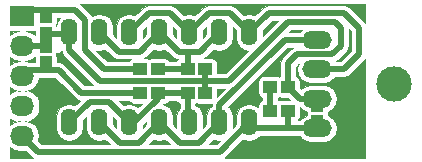
<source format=gbr>
G04 #@! TF.FileFunction,Copper,L2,Bot,Signal*
%FSLAX46Y46*%
G04 Gerber Fmt 4.6, Leading zero omitted, Abs format (unit mm)*
G04 Created by KiCad (PCBNEW 4.0.6) date 04/03/17 10:04:51*
%MOMM*%
%LPD*%
G01*
G04 APERTURE LIST*
%ADD10C,0.100000*%
%ADD11O,2.500000X1.500000*%
%ADD12C,3.000000*%
%ADD13O,1.400000X2.300000*%
%ADD14R,1.000000X1.150000*%
%ADD15R,1.150000X1.000000*%
%ADD16R,2.032000X1.727200*%
%ADD17O,2.032000X1.727200*%
%ADD18C,0.500000*%
%ADD19C,0.026000*%
G04 APERTURE END LIST*
D10*
D11*
X26500000Y-10000000D03*
X26500000Y-7500000D03*
X26500000Y-5000000D03*
X26500000Y-2500000D03*
D12*
X33000000Y-6250000D03*
D13*
X5500000Y-9500000D03*
X8040000Y-9500000D03*
X10580000Y-9500000D03*
X13120000Y-9500000D03*
X15660000Y-9500000D03*
X18200000Y-9500000D03*
X20740000Y-9500000D03*
X20740000Y-1880000D03*
X18200000Y-1880000D03*
X15660000Y-1880000D03*
X13120000Y-1880000D03*
X10580000Y-1880000D03*
X8040000Y-1880000D03*
X5500000Y-1880000D03*
D14*
X3500000Y-3000000D03*
X3500000Y-4500000D03*
X3500000Y-2000000D03*
X3500000Y-500000D03*
D15*
X13000000Y-7000000D03*
X11500000Y-7000000D03*
X13000000Y-5000000D03*
X11500000Y-5000000D03*
X22500000Y-6500000D03*
X24000000Y-6500000D03*
D14*
X26500000Y-8000000D03*
X26500000Y-9500000D03*
D15*
X17000000Y-7000000D03*
X15500000Y-7000000D03*
X15500000Y-5000000D03*
X17000000Y-5000000D03*
X22500000Y-8500000D03*
X24000000Y-8500000D03*
D16*
X1500000Y-500000D03*
D17*
X1500000Y-3040000D03*
X1500000Y-5580000D03*
X1500000Y-8120000D03*
X1500000Y-10660000D03*
D18*
X3500000Y-2000000D02*
X5380000Y-2000000D01*
X5380000Y-2000000D02*
X5500000Y-1880000D01*
X1500000Y-3040000D02*
X1540000Y-3000000D01*
X1540000Y-3000000D02*
X3500000Y-3000000D01*
X3500000Y-2000000D02*
X3500000Y-3000000D01*
X5500000Y-1880000D02*
X5500000Y-3400000D01*
X5500000Y-3400000D02*
X8100000Y-6000000D01*
X8100000Y-6000000D02*
X17000000Y-6000000D01*
X24750000Y-3750000D02*
X24000000Y-4500000D01*
X27750000Y-3750000D02*
X24750000Y-3750000D01*
X28500000Y-3000000D02*
X27750000Y-3750000D01*
X28500000Y-1500000D02*
X28500000Y-3000000D01*
X28000000Y-1000000D02*
X28500000Y-1500000D01*
X24000000Y-1000000D02*
X28000000Y-1000000D01*
X19000000Y-6000000D02*
X24000000Y-1000000D01*
X17000000Y-6000000D02*
X19000000Y-6000000D01*
X24000000Y-4500000D02*
X24000000Y-6500000D01*
X24000000Y-6500000D02*
X25000000Y-7500000D01*
X25000000Y-7500000D02*
X26500000Y-7500000D01*
X17000000Y-6000000D02*
X17000000Y-5000000D01*
X17000000Y-7000000D02*
X17000000Y-6000000D01*
X17000000Y-6000000D02*
X17000000Y-6250000D01*
X17000000Y-6250000D02*
X17000000Y-6000000D01*
X1500000Y-10660000D02*
X2840000Y-12000000D01*
X18240000Y-12000000D02*
X20740000Y-9500000D01*
X2840000Y-12000000D02*
X18240000Y-12000000D01*
X24000000Y-8500000D02*
X24000000Y-10000000D01*
X20740000Y-9500000D02*
X21240000Y-10000000D01*
X21240000Y-10000000D02*
X24000000Y-10000000D01*
X24000000Y-10000000D02*
X26500000Y-10000000D01*
X1500000Y-500000D02*
X2000000Y0D01*
X2000000Y0D02*
X6000000Y0D01*
X8400000Y-5000000D02*
X11500000Y-5000000D01*
X6800000Y-3400000D02*
X8400000Y-5000000D01*
X6800000Y-800000D02*
X6800000Y-3400000D01*
X6000000Y0D02*
X6800000Y-800000D01*
X2000000Y0D02*
X3500000Y0D01*
X3500000Y0D02*
X3500000Y-500000D01*
X3500000Y-500000D02*
X3500000Y0D01*
X3600000Y-5080000D02*
X3600000Y-4600000D01*
X3600000Y-4600000D02*
X3500000Y-4500000D01*
X11500000Y-7000000D02*
X6500000Y-7000000D01*
X4580000Y-5080000D02*
X3600000Y-5080000D01*
X3600000Y-5080000D02*
X1500000Y-5080000D01*
X6500000Y-7000000D02*
X4580000Y-5080000D01*
X12210000Y-250000D02*
X14030000Y-250000D01*
X26500000Y-5000000D02*
X28750000Y-5000000D01*
X28750000Y-250000D02*
X22370000Y-250000D01*
X30000000Y-1500000D02*
X28750000Y-250000D01*
X30000000Y-3750000D02*
X30000000Y-1500000D01*
X28750000Y-5000000D02*
X30000000Y-3750000D01*
X15660000Y-1880000D02*
X17290000Y-250000D01*
X19110000Y-250000D02*
X20740000Y-1880000D01*
X17290000Y-250000D02*
X19110000Y-250000D01*
X10580000Y-1880000D02*
X12210000Y-250000D01*
X14030000Y-250000D02*
X15660000Y-1880000D01*
X20740000Y-1880000D02*
X22370000Y-250000D01*
X13120000Y-9500000D02*
X14870000Y-11250000D01*
X16450000Y-11250000D02*
X18200000Y-9500000D01*
X14870000Y-11250000D02*
X16450000Y-11250000D01*
X8040000Y-9500000D02*
X9790000Y-11250000D01*
X11370000Y-11250000D02*
X13120000Y-9500000D01*
X9790000Y-11250000D02*
X11370000Y-11250000D01*
X18200000Y-9500000D02*
X18200000Y-8050000D01*
X18200000Y-8050000D02*
X23750000Y-2500000D01*
X23750000Y-2500000D02*
X26500000Y-2500000D01*
X13000000Y-7000000D02*
X15500000Y-7000000D01*
X10580000Y-9500000D02*
X11000000Y-9500000D01*
X11000000Y-9500000D02*
X13000000Y-7500000D01*
X13000000Y-7500000D02*
X13000000Y-7000000D01*
X15660000Y-9500000D02*
X15500000Y-9340000D01*
X15500000Y-9340000D02*
X15500000Y-7000000D01*
X5500000Y-9500000D02*
X7250000Y-7750000D01*
X8830000Y-7750000D02*
X10580000Y-9500000D01*
X7250000Y-7750000D02*
X8830000Y-7750000D01*
X10580000Y-9500000D02*
X10900000Y-9500000D01*
X13000000Y-5000000D02*
X15500000Y-5000000D01*
X15500000Y-5000000D02*
X15500000Y-3500000D01*
X15500000Y-3500000D02*
X15500000Y-3750000D01*
X15500000Y-3750000D02*
X15500000Y-3500000D01*
X13120000Y-1880000D02*
X11500000Y-3500000D01*
X9660000Y-3500000D02*
X8040000Y-1880000D01*
X11500000Y-3500000D02*
X9660000Y-3500000D01*
X13120000Y-1880000D02*
X14740000Y-3500000D01*
X14740000Y-3500000D02*
X15500000Y-3500000D01*
X15500000Y-3500000D02*
X16580000Y-3500000D01*
X16580000Y-3500000D02*
X18200000Y-1880000D01*
X22500000Y-8500000D02*
X22500000Y-6500000D01*
D19*
G36*
X831070Y-11839425D02*
X1319604Y-11936600D01*
X1680396Y-11936600D01*
X1812666Y-11910290D01*
X2371188Y-12468812D01*
X2435824Y-12512000D01*
X488000Y-12512000D01*
X488000Y-11610193D01*
X831070Y-11839425D01*
X831070Y-11839425D01*
G37*
X831070Y-11839425D02*
X1319604Y-11936600D01*
X1680396Y-11936600D01*
X1812666Y-11910290D01*
X2371188Y-12468812D01*
X2435824Y-12512000D01*
X488000Y-12512000D01*
X488000Y-11610193D01*
X831070Y-11839425D01*
G36*
X30512000Y-12512000D02*
X18644176Y-12512000D01*
X18708812Y-12468812D01*
X20226943Y-10950681D01*
X20314073Y-11008899D01*
X20740000Y-11093621D01*
X21165927Y-11008899D01*
X21527010Y-10767631D01*
X21596922Y-10663000D01*
X25038570Y-10663000D01*
X25145055Y-10822365D01*
X25522359Y-11074472D01*
X25967420Y-11163000D01*
X27032580Y-11163000D01*
X27477641Y-11074472D01*
X27854945Y-10822365D01*
X28107052Y-10445061D01*
X28195580Y-10000000D01*
X28107052Y-9554939D01*
X27854945Y-9177635D01*
X27477641Y-8925528D01*
X27418995Y-8913863D01*
X27392293Y-8771951D01*
X27379193Y-8751593D01*
X27387915Y-8738828D01*
X27418829Y-8586170D01*
X27477641Y-8574472D01*
X27854945Y-8322365D01*
X28107052Y-7945061D01*
X28195580Y-7500000D01*
X28107052Y-7054939D01*
X27854945Y-6677635D01*
X27477641Y-6425528D01*
X27032580Y-6337000D01*
X25967420Y-6337000D01*
X25522359Y-6425528D01*
X25145055Y-6677635D01*
X25133120Y-6695497D01*
X24996091Y-6558468D01*
X24996091Y-6000000D01*
X24967293Y-5846951D01*
X24876841Y-5706386D01*
X24738828Y-5612085D01*
X24663000Y-5596729D01*
X24663000Y-4774624D01*
X24913614Y-4524010D01*
X24892948Y-4554939D01*
X24804420Y-5000000D01*
X24892948Y-5445061D01*
X25145055Y-5822365D01*
X25522359Y-6074472D01*
X25967420Y-6163000D01*
X27032580Y-6163000D01*
X27477641Y-6074472D01*
X27854945Y-5822365D01*
X27961430Y-5663000D01*
X28750000Y-5663000D01*
X29003719Y-5612532D01*
X29218812Y-5468812D01*
X30468812Y-4218812D01*
X30512000Y-4154176D01*
X30512000Y-12512000D01*
X30512000Y-12512000D01*
G37*
X30512000Y-12512000D02*
X18644176Y-12512000D01*
X18708812Y-12468812D01*
X20226943Y-10950681D01*
X20314073Y-11008899D01*
X20740000Y-11093621D01*
X21165927Y-11008899D01*
X21527010Y-10767631D01*
X21596922Y-10663000D01*
X25038570Y-10663000D01*
X25145055Y-10822365D01*
X25522359Y-11074472D01*
X25967420Y-11163000D01*
X27032580Y-11163000D01*
X27477641Y-11074472D01*
X27854945Y-10822365D01*
X28107052Y-10445061D01*
X28195580Y-10000000D01*
X28107052Y-9554939D01*
X27854945Y-9177635D01*
X27477641Y-8925528D01*
X27418995Y-8913863D01*
X27392293Y-8771951D01*
X27379193Y-8751593D01*
X27387915Y-8738828D01*
X27418829Y-8586170D01*
X27477641Y-8574472D01*
X27854945Y-8322365D01*
X28107052Y-7945061D01*
X28195580Y-7500000D01*
X28107052Y-7054939D01*
X27854945Y-6677635D01*
X27477641Y-6425528D01*
X27032580Y-6337000D01*
X25967420Y-6337000D01*
X25522359Y-6425528D01*
X25145055Y-6677635D01*
X25133120Y-6695497D01*
X24996091Y-6558468D01*
X24996091Y-6000000D01*
X24967293Y-5846951D01*
X24876841Y-5706386D01*
X24738828Y-5612085D01*
X24663000Y-5596729D01*
X24663000Y-4774624D01*
X24913614Y-4524010D01*
X24892948Y-4554939D01*
X24804420Y-5000000D01*
X24892948Y-5445061D01*
X25145055Y-5822365D01*
X25522359Y-6074472D01*
X25967420Y-6163000D01*
X27032580Y-6163000D01*
X27477641Y-6074472D01*
X27854945Y-5822365D01*
X27961430Y-5663000D01*
X28750000Y-5663000D01*
X29003719Y-5612532D01*
X29218812Y-5468812D01*
X30468812Y-4218812D01*
X30512000Y-4154176D01*
X30512000Y-12512000D01*
G36*
X6031188Y-7468812D02*
X6246281Y-7612532D01*
X6416071Y-7646305D01*
X6013057Y-8049319D01*
X5925927Y-7991101D01*
X5500000Y-7906379D01*
X5074073Y-7991101D01*
X4712990Y-8232369D01*
X4471722Y-8593452D01*
X4387000Y-9019379D01*
X4387000Y-9980621D01*
X4471722Y-10406548D01*
X4712990Y-10767631D01*
X5074073Y-11008899D01*
X5500000Y-11093621D01*
X5925927Y-11008899D01*
X6287010Y-10767631D01*
X6528278Y-10406548D01*
X6613000Y-9980621D01*
X6613000Y-9324624D01*
X6929174Y-9008450D01*
X6927000Y-9019379D01*
X6927000Y-9980621D01*
X7011722Y-10406548D01*
X7252990Y-10767631D01*
X7614073Y-11008899D01*
X8040000Y-11093621D01*
X8465927Y-11008899D01*
X8553057Y-10950681D01*
X8939376Y-11337000D01*
X3114624Y-11337000D01*
X2870827Y-11093203D01*
X2956996Y-10660000D01*
X2859821Y-10171466D01*
X2583089Y-9757307D01*
X2168930Y-9480575D01*
X1998836Y-9446741D01*
X2447359Y-9247685D01*
X2818393Y-8857627D01*
X2961378Y-8571326D01*
X2900094Y-8406069D01*
X2956996Y-8120000D01*
X2900094Y-7833931D01*
X2961378Y-7668674D01*
X2818393Y-7382373D01*
X2447359Y-6992315D01*
X1998836Y-6793259D01*
X2168930Y-6759425D01*
X2583089Y-6482693D01*
X2859821Y-6068534D01*
X2924573Y-5743000D01*
X4305376Y-5743000D01*
X6031188Y-7468812D01*
X6031188Y-7468812D01*
G37*
X6031188Y-7468812D02*
X6246281Y-7612532D01*
X6416071Y-7646305D01*
X6013057Y-8049319D01*
X5925927Y-7991101D01*
X5500000Y-7906379D01*
X5074073Y-7991101D01*
X4712990Y-8232369D01*
X4471722Y-8593452D01*
X4387000Y-9019379D01*
X4387000Y-9980621D01*
X4471722Y-10406548D01*
X4712990Y-10767631D01*
X5074073Y-11008899D01*
X5500000Y-11093621D01*
X5925927Y-11008899D01*
X6287010Y-10767631D01*
X6528278Y-10406548D01*
X6613000Y-9980621D01*
X6613000Y-9324624D01*
X6929174Y-9008450D01*
X6927000Y-9019379D01*
X6927000Y-9980621D01*
X7011722Y-10406548D01*
X7252990Y-10767631D01*
X7614073Y-11008899D01*
X8040000Y-11093621D01*
X8465927Y-11008899D01*
X8553057Y-10950681D01*
X8939376Y-11337000D01*
X3114624Y-11337000D01*
X2870827Y-11093203D01*
X2956996Y-10660000D01*
X2859821Y-10171466D01*
X2583089Y-9757307D01*
X2168930Y-9480575D01*
X1998836Y-9446741D01*
X2447359Y-9247685D01*
X2818393Y-8857627D01*
X2961378Y-8571326D01*
X2900094Y-8406069D01*
X2956996Y-8120000D01*
X2900094Y-7833931D01*
X2961378Y-7668674D01*
X2818393Y-7382373D01*
X2447359Y-6992315D01*
X1998836Y-6793259D01*
X2168930Y-6759425D01*
X2583089Y-6482693D01*
X2859821Y-6068534D01*
X2924573Y-5743000D01*
X4305376Y-5743000D01*
X6031188Y-7468812D01*
G36*
X14019376Y-11337000D02*
X12220624Y-11337000D01*
X12606943Y-10950681D01*
X12694073Y-11008899D01*
X13120000Y-11093621D01*
X13545927Y-11008899D01*
X13633057Y-10950681D01*
X14019376Y-11337000D01*
X14019376Y-11337000D01*
G37*
X14019376Y-11337000D02*
X12220624Y-11337000D01*
X12606943Y-10950681D01*
X12694073Y-11008899D01*
X13120000Y-11093621D01*
X13545927Y-11008899D01*
X13633057Y-10950681D01*
X14019376Y-11337000D01*
G36*
X17774073Y-11008899D02*
X18200000Y-11093621D01*
X18210929Y-11091447D01*
X17965376Y-11337000D01*
X17300624Y-11337000D01*
X17686943Y-10950681D01*
X17774073Y-11008899D01*
X17774073Y-11008899D01*
G37*
X17774073Y-11008899D02*
X18200000Y-11093621D01*
X18210929Y-11091447D01*
X17965376Y-11337000D01*
X17300624Y-11337000D01*
X17686943Y-10950681D01*
X17774073Y-11008899D01*
G36*
X16261172Y-7887915D02*
X16425000Y-7921091D01*
X17562642Y-7921091D01*
X17537000Y-8050000D01*
X17537000Y-8149508D01*
X17412990Y-8232369D01*
X17171722Y-8593452D01*
X17087000Y-9019379D01*
X17087000Y-9675376D01*
X16770826Y-9991550D01*
X16773000Y-9980621D01*
X16773000Y-9019379D01*
X16688278Y-8593452D01*
X16447010Y-8232369D01*
X16163000Y-8042600D01*
X16163000Y-7904533D01*
X16228049Y-7892293D01*
X16248407Y-7879193D01*
X16261172Y-7887915D01*
X16261172Y-7887915D01*
G37*
X16261172Y-7887915D02*
X16425000Y-7921091D01*
X17562642Y-7921091D01*
X17537000Y-8050000D01*
X17537000Y-8149508D01*
X17412990Y-8232369D01*
X17171722Y-8593452D01*
X17087000Y-9019379D01*
X17087000Y-9675376D01*
X16770826Y-9991550D01*
X16773000Y-9980621D01*
X16773000Y-9019379D01*
X16688278Y-8593452D01*
X16447010Y-8232369D01*
X16163000Y-8042600D01*
X16163000Y-7904533D01*
X16228049Y-7892293D01*
X16248407Y-7879193D01*
X16261172Y-7887915D01*
G36*
X24281188Y-3281188D02*
X23531188Y-4031188D01*
X23387468Y-4246281D01*
X23337000Y-4500000D01*
X23337000Y-5595467D01*
X23271951Y-5607707D01*
X23251593Y-5620807D01*
X23238828Y-5612085D01*
X23075000Y-5578909D01*
X21925000Y-5578909D01*
X21771951Y-5607707D01*
X21631386Y-5698159D01*
X21537085Y-5836172D01*
X21503909Y-6000000D01*
X21503909Y-7000000D01*
X21532707Y-7153049D01*
X21623159Y-7293614D01*
X21761172Y-7387915D01*
X21837000Y-7403271D01*
X21837000Y-7595467D01*
X21771951Y-7607707D01*
X21631386Y-7698159D01*
X21537085Y-7836172D01*
X21503909Y-8000000D01*
X21503909Y-8216933D01*
X21165927Y-7991101D01*
X20740000Y-7906379D01*
X20314073Y-7991101D01*
X19952990Y-8232369D01*
X19711722Y-8593452D01*
X19627000Y-9019379D01*
X19627000Y-9675376D01*
X19310826Y-9991550D01*
X19313000Y-9980621D01*
X19313000Y-9019379D01*
X19228278Y-8593452D01*
X18987010Y-8232369D01*
X18967974Y-8219650D01*
X24024624Y-3163000D01*
X24458070Y-3163000D01*
X24281188Y-3281188D01*
X24281188Y-3281188D01*
G37*
X24281188Y-3281188D02*
X23531188Y-4031188D01*
X23387468Y-4246281D01*
X23337000Y-4500000D01*
X23337000Y-5595467D01*
X23271951Y-5607707D01*
X23251593Y-5620807D01*
X23238828Y-5612085D01*
X23075000Y-5578909D01*
X21925000Y-5578909D01*
X21771951Y-5607707D01*
X21631386Y-5698159D01*
X21537085Y-5836172D01*
X21503909Y-6000000D01*
X21503909Y-7000000D01*
X21532707Y-7153049D01*
X21623159Y-7293614D01*
X21761172Y-7387915D01*
X21837000Y-7403271D01*
X21837000Y-7595467D01*
X21771951Y-7607707D01*
X21631386Y-7698159D01*
X21537085Y-7836172D01*
X21503909Y-8000000D01*
X21503909Y-8216933D01*
X21165927Y-7991101D01*
X20740000Y-7906379D01*
X20314073Y-7991101D01*
X19952990Y-8232369D01*
X19711722Y-8593452D01*
X19627000Y-9019379D01*
X19627000Y-9675376D01*
X19310826Y-9991550D01*
X19313000Y-9980621D01*
X19313000Y-9019379D01*
X19228278Y-8593452D01*
X18987010Y-8232369D01*
X18967974Y-8219650D01*
X24024624Y-3163000D01*
X24458070Y-3163000D01*
X24281188Y-3281188D01*
G36*
X14623159Y-7793614D02*
X14761172Y-7887915D01*
X14837000Y-7903271D01*
X14837000Y-8286232D01*
X14631722Y-8593452D01*
X14547000Y-9019379D01*
X14547000Y-9980621D01*
X14549174Y-9991550D01*
X14233000Y-9675376D01*
X14233000Y-9019379D01*
X14148278Y-8593452D01*
X13907010Y-8232369D01*
X13545927Y-7991101D01*
X13463015Y-7974609D01*
X13468812Y-7968812D01*
X13500698Y-7921091D01*
X13575000Y-7921091D01*
X13728049Y-7892293D01*
X13868614Y-7801841D01*
X13962915Y-7663828D01*
X13963083Y-7663000D01*
X14539110Y-7663000D01*
X14623159Y-7793614D01*
X14623159Y-7793614D01*
G37*
X14623159Y-7793614D02*
X14761172Y-7887915D01*
X14837000Y-7903271D01*
X14837000Y-8286232D01*
X14631722Y-8593452D01*
X14547000Y-9019379D01*
X14547000Y-9980621D01*
X14549174Y-9991550D01*
X14233000Y-9675376D01*
X14233000Y-9019379D01*
X14148278Y-8593452D01*
X13907010Y-8232369D01*
X13545927Y-7991101D01*
X13463015Y-7974609D01*
X13468812Y-7968812D01*
X13500698Y-7921091D01*
X13575000Y-7921091D01*
X13728049Y-7892293D01*
X13868614Y-7801841D01*
X13962915Y-7663828D01*
X13963083Y-7663000D01*
X14539110Y-7663000D01*
X14623159Y-7793614D01*
G36*
X12007000Y-9675376D02*
X11690826Y-9991550D01*
X11693000Y-9980621D01*
X11693000Y-9744624D01*
X12007000Y-9430624D01*
X12007000Y-9675376D01*
X12007000Y-9675376D01*
G37*
X12007000Y-9675376D02*
X11690826Y-9991550D01*
X11693000Y-9980621D01*
X11693000Y-9744624D01*
X12007000Y-9430624D01*
X12007000Y-9675376D01*
G36*
X9467000Y-9324624D02*
X9467000Y-9980621D01*
X9469174Y-9991550D01*
X9153000Y-9675376D01*
X9153000Y-9019379D01*
X9150826Y-9008450D01*
X9467000Y-9324624D01*
X9467000Y-9324624D01*
G37*
X9467000Y-9324624D02*
X9467000Y-9980621D01*
X9469174Y-9991550D01*
X9153000Y-9675376D01*
X9153000Y-9019379D01*
X9150826Y-9008450D01*
X9467000Y-9324624D01*
G36*
X552641Y-9247685D02*
X1001164Y-9446741D01*
X831070Y-9480575D01*
X488000Y-9709807D01*
X488000Y-9179730D01*
X552641Y-9247685D01*
X552641Y-9247685D01*
G37*
X552641Y-9247685D02*
X1001164Y-9446741D01*
X831070Y-9480575D01*
X488000Y-9709807D01*
X488000Y-9179730D01*
X552641Y-9247685D01*
G36*
X1849750Y-9417086D02*
X1713577Y-9390000D01*
X1768032Y-9379168D01*
X1849750Y-9417086D01*
X1849750Y-9417086D01*
G37*
X1849750Y-9417086D02*
X1713577Y-9390000D01*
X1768032Y-9379168D01*
X1849750Y-9417086D01*
G36*
X1286423Y-9390000D02*
X1150250Y-9417086D01*
X1231968Y-9379168D01*
X1286423Y-9390000D01*
X1286423Y-9390000D01*
G37*
X1286423Y-9390000D02*
X1150250Y-9417086D01*
X1231968Y-9379168D01*
X1286423Y-9390000D01*
G36*
X25000000Y-8163001D02*
X25000005Y-8163000D01*
X25038570Y-8163000D01*
X25145055Y-8322365D01*
X25522359Y-8574472D01*
X25581005Y-8586137D01*
X25607707Y-8728049D01*
X25620807Y-8748407D01*
X25612085Y-8761172D01*
X25581171Y-8913830D01*
X25522359Y-8925528D01*
X25145055Y-9177635D01*
X25038570Y-9337000D01*
X24813976Y-9337000D01*
X24868614Y-9301841D01*
X24962915Y-9163828D01*
X24996091Y-9000000D01*
X24996091Y-8162223D01*
X25000000Y-8163001D01*
X25000000Y-8163001D01*
G37*
X25000000Y-8163001D02*
X25000005Y-8163000D01*
X25038570Y-8163000D01*
X25145055Y-8322365D01*
X25522359Y-8574472D01*
X25581005Y-8586137D01*
X25607707Y-8728049D01*
X25620807Y-8748407D01*
X25612085Y-8761172D01*
X25581171Y-8913830D01*
X25522359Y-8925528D01*
X25145055Y-9177635D01*
X25038570Y-9337000D01*
X24813976Y-9337000D01*
X24868614Y-9301841D01*
X24962915Y-9163828D01*
X24996091Y-9000000D01*
X24996091Y-8162223D01*
X25000000Y-8163001D01*
G36*
X10623159Y-7793614D02*
X10761172Y-7887915D01*
X10925000Y-7921091D01*
X11641285Y-7921091D01*
X11344828Y-8217548D01*
X11005927Y-7991101D01*
X10580000Y-7906379D01*
X10154073Y-7991101D01*
X10066943Y-8049319D01*
X9680624Y-7663000D01*
X10539110Y-7663000D01*
X10623159Y-7793614D01*
X10623159Y-7793614D01*
G37*
X10623159Y-7793614D02*
X10761172Y-7887915D01*
X10925000Y-7921091D01*
X11641285Y-7921091D01*
X11344828Y-8217548D01*
X11005927Y-7991101D01*
X10580000Y-7906379D01*
X10154073Y-7991101D01*
X10066943Y-8049319D01*
X9680624Y-7663000D01*
X10539110Y-7663000D01*
X10623159Y-7793614D01*
G36*
X23261172Y-7387915D02*
X23425000Y-7421091D01*
X23983467Y-7421091D01*
X24141286Y-7578909D01*
X23425000Y-7578909D01*
X23271951Y-7607707D01*
X23251593Y-7620807D01*
X23238828Y-7612085D01*
X23163000Y-7596729D01*
X23163000Y-7404533D01*
X23228049Y-7392293D01*
X23248407Y-7379193D01*
X23261172Y-7387915D01*
X23261172Y-7387915D01*
G37*
X23261172Y-7387915D02*
X23425000Y-7421091D01*
X23983467Y-7421091D01*
X24141286Y-7578909D01*
X23425000Y-7578909D01*
X23271951Y-7607707D01*
X23251593Y-7620807D01*
X23238828Y-7612085D01*
X23163000Y-7596729D01*
X23163000Y-7404533D01*
X23228049Y-7392293D01*
X23248407Y-7379193D01*
X23261172Y-7387915D01*
G36*
X17996091Y-7316285D02*
X17996091Y-6663000D01*
X18649376Y-6663000D01*
X17996091Y-7316285D01*
X17996091Y-7316285D01*
G37*
X17996091Y-7316285D02*
X17996091Y-6663000D01*
X18649376Y-6663000D01*
X17996091Y-7316285D01*
G36*
X831070Y-6759425D02*
X1001164Y-6793259D01*
X552641Y-6992315D01*
X488000Y-7060270D01*
X488000Y-6530193D01*
X831070Y-6759425D01*
X831070Y-6759425D01*
G37*
X831070Y-6759425D02*
X1001164Y-6793259D01*
X552641Y-6992315D01*
X488000Y-7060270D01*
X488000Y-6530193D01*
X831070Y-6759425D01*
G36*
X1286423Y-6850000D02*
X1231968Y-6860832D01*
X1150250Y-6822914D01*
X1286423Y-6850000D01*
X1286423Y-6850000D01*
G37*
X1286423Y-6850000D02*
X1231968Y-6860832D01*
X1150250Y-6822914D01*
X1286423Y-6850000D01*
G36*
X1768032Y-6860832D02*
X1713577Y-6850000D01*
X1849750Y-6822914D01*
X1768032Y-6860832D01*
X1768032Y-6860832D01*
G37*
X1768032Y-6860832D02*
X1713577Y-6850000D01*
X1849750Y-6822914D01*
X1768032Y-6860832D01*
G36*
X4887468Y-3653719D02*
X5031188Y-3868812D01*
X7499376Y-6337000D01*
X6774624Y-6337000D01*
X5048812Y-4611188D01*
X4833719Y-4467468D01*
X4580000Y-4417000D01*
X4421091Y-4417000D01*
X4421091Y-3925000D01*
X4392293Y-3771951D01*
X4379193Y-3751593D01*
X4387915Y-3738828D01*
X4404247Y-3658177D01*
X4633719Y-3612532D01*
X4848812Y-3468812D01*
X4850376Y-3467248D01*
X4887468Y-3653719D01*
X4887468Y-3653719D01*
G37*
X4887468Y-3653719D02*
X5031188Y-3868812D01*
X7499376Y-6337000D01*
X6774624Y-6337000D01*
X5048812Y-4611188D01*
X4833719Y-4467468D01*
X4580000Y-4417000D01*
X4421091Y-4417000D01*
X4421091Y-3925000D01*
X4392293Y-3771951D01*
X4379193Y-3751593D01*
X4387915Y-3738828D01*
X4404247Y-3658177D01*
X4633719Y-3612532D01*
X4848812Y-3468812D01*
X4850376Y-3467248D01*
X4887468Y-3653719D01*
G36*
X19627000Y-1704624D02*
X19627000Y-2360621D01*
X19711722Y-2786548D01*
X19952990Y-3147631D01*
X20314073Y-3388899D01*
X20613848Y-3448528D01*
X18725376Y-5337000D01*
X17996091Y-5337000D01*
X17996091Y-4500000D01*
X17967293Y-4346951D01*
X17876841Y-4206386D01*
X17738828Y-4112085D01*
X17575000Y-4078909D01*
X16884040Y-4078909D01*
X17048812Y-3968812D01*
X17686943Y-3330681D01*
X17774073Y-3388899D01*
X18200000Y-3473621D01*
X18625927Y-3388899D01*
X18987010Y-3147631D01*
X19228278Y-2786548D01*
X19313000Y-2360621D01*
X19313000Y-1399379D01*
X19310826Y-1388450D01*
X19627000Y-1704624D01*
X19627000Y-1704624D01*
G37*
X19627000Y-1704624D02*
X19627000Y-2360621D01*
X19711722Y-2786548D01*
X19952990Y-3147631D01*
X20314073Y-3388899D01*
X20613848Y-3448528D01*
X18725376Y-5337000D01*
X17996091Y-5337000D01*
X17996091Y-4500000D01*
X17967293Y-4346951D01*
X17876841Y-4206386D01*
X17738828Y-4112085D01*
X17575000Y-4078909D01*
X16884040Y-4078909D01*
X17048812Y-3968812D01*
X17686943Y-3330681D01*
X17774073Y-3388899D01*
X18200000Y-3473621D01*
X18625927Y-3388899D01*
X18987010Y-3147631D01*
X19228278Y-2786548D01*
X19313000Y-2360621D01*
X19313000Y-1399379D01*
X19310826Y-1388450D01*
X19627000Y-1704624D01*
G36*
X831070Y-4219425D02*
X1286423Y-4310000D01*
X831070Y-4400575D01*
X488000Y-4629807D01*
X488000Y-3990193D01*
X831070Y-4219425D01*
X831070Y-4219425D01*
G37*
X831070Y-4219425D02*
X1286423Y-4310000D01*
X831070Y-4400575D01*
X488000Y-4629807D01*
X488000Y-3990193D01*
X831070Y-4219425D01*
G36*
X2578909Y-4417000D02*
X2193512Y-4417000D01*
X2168930Y-4400575D01*
X1713577Y-4310000D01*
X2168930Y-4219425D01*
X2578909Y-3945486D01*
X2578909Y-4417000D01*
X2578909Y-4417000D01*
G37*
X2578909Y-4417000D02*
X2193512Y-4417000D01*
X2168930Y-4400575D01*
X1713577Y-4310000D01*
X2168930Y-4219425D01*
X2578909Y-3945486D01*
X2578909Y-4417000D01*
G36*
X14271188Y-3968812D02*
X14486281Y-4112532D01*
X14698769Y-4154799D01*
X14631386Y-4198159D01*
X14537085Y-4336172D01*
X14536917Y-4337000D01*
X13960890Y-4337000D01*
X13876841Y-4206386D01*
X13738828Y-4112085D01*
X13575000Y-4078909D01*
X12425000Y-4078909D01*
X12271951Y-4107707D01*
X12251593Y-4120807D01*
X12238828Y-4112085D01*
X12075000Y-4078909D01*
X11804040Y-4078909D01*
X11968812Y-3968812D01*
X12606943Y-3330681D01*
X12694073Y-3388899D01*
X13120000Y-3473621D01*
X13545927Y-3388899D01*
X13633057Y-3330681D01*
X14271188Y-3968812D01*
X14271188Y-3968812D01*
G37*
X14271188Y-3968812D02*
X14486281Y-4112532D01*
X14698769Y-4154799D01*
X14631386Y-4198159D01*
X14537085Y-4336172D01*
X14536917Y-4337000D01*
X13960890Y-4337000D01*
X13876841Y-4206386D01*
X13738828Y-4112085D01*
X13575000Y-4078909D01*
X12425000Y-4078909D01*
X12271951Y-4107707D01*
X12251593Y-4120807D01*
X12238828Y-4112085D01*
X12075000Y-4078909D01*
X11804040Y-4078909D01*
X11968812Y-3968812D01*
X12606943Y-3330681D01*
X12694073Y-3388899D01*
X13120000Y-3473621D01*
X13545927Y-3388899D01*
X13633057Y-3330681D01*
X14271188Y-3968812D01*
G36*
X9191188Y-3968812D02*
X9406281Y-4112532D01*
X9660000Y-4163000D01*
X10686024Y-4163000D01*
X10631386Y-4198159D01*
X10537085Y-4336172D01*
X10536917Y-4337000D01*
X8674624Y-4337000D01*
X7754445Y-3416821D01*
X8040000Y-3473621D01*
X8465927Y-3388899D01*
X8553057Y-3330681D01*
X9191188Y-3968812D01*
X9191188Y-3968812D01*
G37*
X9191188Y-3968812D02*
X9406281Y-4112532D01*
X9660000Y-4163000D01*
X10686024Y-4163000D01*
X10631386Y-4198159D01*
X10537085Y-4336172D01*
X10536917Y-4337000D01*
X8674624Y-4337000D01*
X7754445Y-3416821D01*
X8040000Y-3473621D01*
X8465927Y-3388899D01*
X8553057Y-3330681D01*
X9191188Y-3968812D01*
G36*
X29337000Y-1774624D02*
X29337000Y-3475376D01*
X28475376Y-4337000D01*
X28041930Y-4337000D01*
X28218812Y-4218812D01*
X28968812Y-3468812D01*
X29112532Y-3253719D01*
X29163000Y-3000000D01*
X29163000Y-1600624D01*
X29337000Y-1774624D01*
X29337000Y-1774624D01*
G37*
X29337000Y-1774624D02*
X29337000Y-3475376D01*
X28475376Y-4337000D01*
X28041930Y-4337000D01*
X28218812Y-4218812D01*
X28968812Y-3468812D01*
X29112532Y-3253719D01*
X29163000Y-3000000D01*
X29163000Y-1600624D01*
X29337000Y-1774624D01*
G36*
X14547000Y-1704624D02*
X14547000Y-2360621D01*
X14549174Y-2371550D01*
X14233000Y-2055376D01*
X14233000Y-1399379D01*
X14230826Y-1388450D01*
X14547000Y-1704624D01*
X14547000Y-1704624D01*
G37*
X14547000Y-1704624D02*
X14547000Y-2360621D01*
X14549174Y-2371550D01*
X14233000Y-2055376D01*
X14233000Y-1399379D01*
X14230826Y-1388450D01*
X14547000Y-1704624D01*
G36*
X17087000Y-1399379D02*
X17087000Y-2055376D01*
X16770826Y-2371550D01*
X16773000Y-2360621D01*
X16773000Y-1704624D01*
X17089174Y-1388450D01*
X17087000Y-1399379D01*
X17087000Y-1399379D01*
G37*
X17087000Y-1399379D02*
X17087000Y-2055376D01*
X16770826Y-2371550D01*
X16773000Y-2360621D01*
X16773000Y-1704624D01*
X17089174Y-1388450D01*
X17087000Y-1399379D01*
G36*
X12007000Y-1399379D02*
X12007000Y-2055376D01*
X11690826Y-2371550D01*
X11693000Y-2360621D01*
X11693000Y-1704624D01*
X12009174Y-1388450D01*
X12007000Y-1399379D01*
X12007000Y-1399379D01*
G37*
X12007000Y-1399379D02*
X12007000Y-2055376D01*
X11690826Y-2371550D01*
X11693000Y-2360621D01*
X11693000Y-1704624D01*
X12009174Y-1388450D01*
X12007000Y-1399379D01*
G36*
X30512000Y-1095824D02*
X30468812Y-1031188D01*
X29218812Y218812D01*
X29003719Y362532D01*
X28750000Y413000D01*
X22370000Y413000D01*
X22116281Y362532D01*
X21901188Y218812D01*
X21253057Y-429319D01*
X21165927Y-371101D01*
X20740000Y-286379D01*
X20314073Y-371101D01*
X20226943Y-429319D01*
X19578812Y218812D01*
X19363719Y362532D01*
X19110000Y413000D01*
X17290000Y413000D01*
X17036281Y362532D01*
X16821188Y218812D01*
X16173057Y-429319D01*
X16085927Y-371101D01*
X15660000Y-286379D01*
X15234073Y-371101D01*
X15146943Y-429319D01*
X14498812Y218812D01*
X14283719Y362532D01*
X14030000Y413000D01*
X12210000Y413000D01*
X11956281Y362532D01*
X11741188Y218812D01*
X11093057Y-429319D01*
X11005927Y-371101D01*
X10580000Y-286379D01*
X10154073Y-371101D01*
X9792990Y-612369D01*
X9551722Y-973452D01*
X9467000Y-1399379D01*
X9467000Y-2360621D01*
X9469174Y-2371550D01*
X9153000Y-2055376D01*
X9153000Y-1399379D01*
X9068278Y-973452D01*
X8827010Y-612369D01*
X8465927Y-371101D01*
X8040000Y-286379D01*
X7614073Y-371101D01*
X7393817Y-518272D01*
X7268812Y-331188D01*
X6468812Y468812D01*
X6404176Y512000D01*
X30512000Y512000D01*
X30512000Y-1095824D01*
X30512000Y-1095824D01*
G37*
X30512000Y-1095824D02*
X30468812Y-1031188D01*
X29218812Y218812D01*
X29003719Y362532D01*
X28750000Y413000D01*
X22370000Y413000D01*
X22116281Y362532D01*
X21901188Y218812D01*
X21253057Y-429319D01*
X21165927Y-371101D01*
X20740000Y-286379D01*
X20314073Y-371101D01*
X20226943Y-429319D01*
X19578812Y218812D01*
X19363719Y362532D01*
X19110000Y413000D01*
X17290000Y413000D01*
X17036281Y362532D01*
X16821188Y218812D01*
X16173057Y-429319D01*
X16085927Y-371101D01*
X15660000Y-286379D01*
X15234073Y-371101D01*
X15146943Y-429319D01*
X14498812Y218812D01*
X14283719Y362532D01*
X14030000Y413000D01*
X12210000Y413000D01*
X11956281Y362532D01*
X11741188Y218812D01*
X11093057Y-429319D01*
X11005927Y-371101D01*
X10580000Y-286379D01*
X10154073Y-371101D01*
X9792990Y-612369D01*
X9551722Y-973452D01*
X9467000Y-1399379D01*
X9467000Y-2360621D01*
X9469174Y-2371550D01*
X9153000Y-2055376D01*
X9153000Y-1399379D01*
X9068278Y-973452D01*
X8827010Y-612369D01*
X8465927Y-371101D01*
X8040000Y-286379D01*
X7614073Y-371101D01*
X7393817Y-518272D01*
X7268812Y-331188D01*
X6468812Y468812D01*
X6404176Y512000D01*
X30512000Y512000D01*
X30512000Y-1095824D01*
G36*
X21853000Y-2209376D02*
X21853000Y-1704624D01*
X22644624Y-913000D01*
X23149376Y-913000D01*
X21853000Y-2209376D01*
X21853000Y-2209376D01*
G37*
X21853000Y-2209376D02*
X21853000Y-1704624D01*
X22644624Y-913000D01*
X23149376Y-913000D01*
X21853000Y-2209376D01*
G36*
X2578909Y-2134514D02*
X2168930Y-1860575D01*
X1787434Y-1784691D01*
X2516000Y-1784691D01*
X2578909Y-1772854D01*
X2578909Y-2134514D01*
X2578909Y-2134514D01*
G37*
X2578909Y-2134514D02*
X2168930Y-1860575D01*
X1787434Y-1784691D01*
X2516000Y-1784691D01*
X2578909Y-1772854D01*
X2578909Y-2134514D01*
G36*
X831070Y-1860575D02*
X488000Y-2089807D01*
X488000Y-1784691D01*
X1212566Y-1784691D01*
X831070Y-1860575D01*
X831070Y-1860575D01*
G37*
X831070Y-1860575D02*
X488000Y-2089807D01*
X488000Y-1784691D01*
X1212566Y-1784691D01*
X831070Y-1860575D01*
G36*
X25145055Y-1677635D02*
X25038570Y-1837000D01*
X24100624Y-1837000D01*
X24274624Y-1663000D01*
X25166958Y-1663000D01*
X25145055Y-1677635D01*
X25145055Y-1677635D01*
G37*
X25145055Y-1677635D02*
X25038570Y-1837000D01*
X24100624Y-1837000D01*
X24274624Y-1663000D01*
X25166958Y-1663000D01*
X25145055Y-1677635D01*
G36*
X4471722Y-973452D02*
X4402042Y-1323760D01*
X4392293Y-1271951D01*
X4379193Y-1251593D01*
X4387915Y-1238828D01*
X4421091Y-1075000D01*
X4421091Y-663000D01*
X4679159Y-663000D01*
X4471722Y-973452D01*
X4471722Y-973452D01*
G37*
X4471722Y-973452D02*
X4402042Y-1323760D01*
X4392293Y-1271951D01*
X4379193Y-1251593D01*
X4387915Y-1238828D01*
X4421091Y-1075000D01*
X4421091Y-663000D01*
X4679159Y-663000D01*
X4471722Y-973452D01*
M02*

</source>
